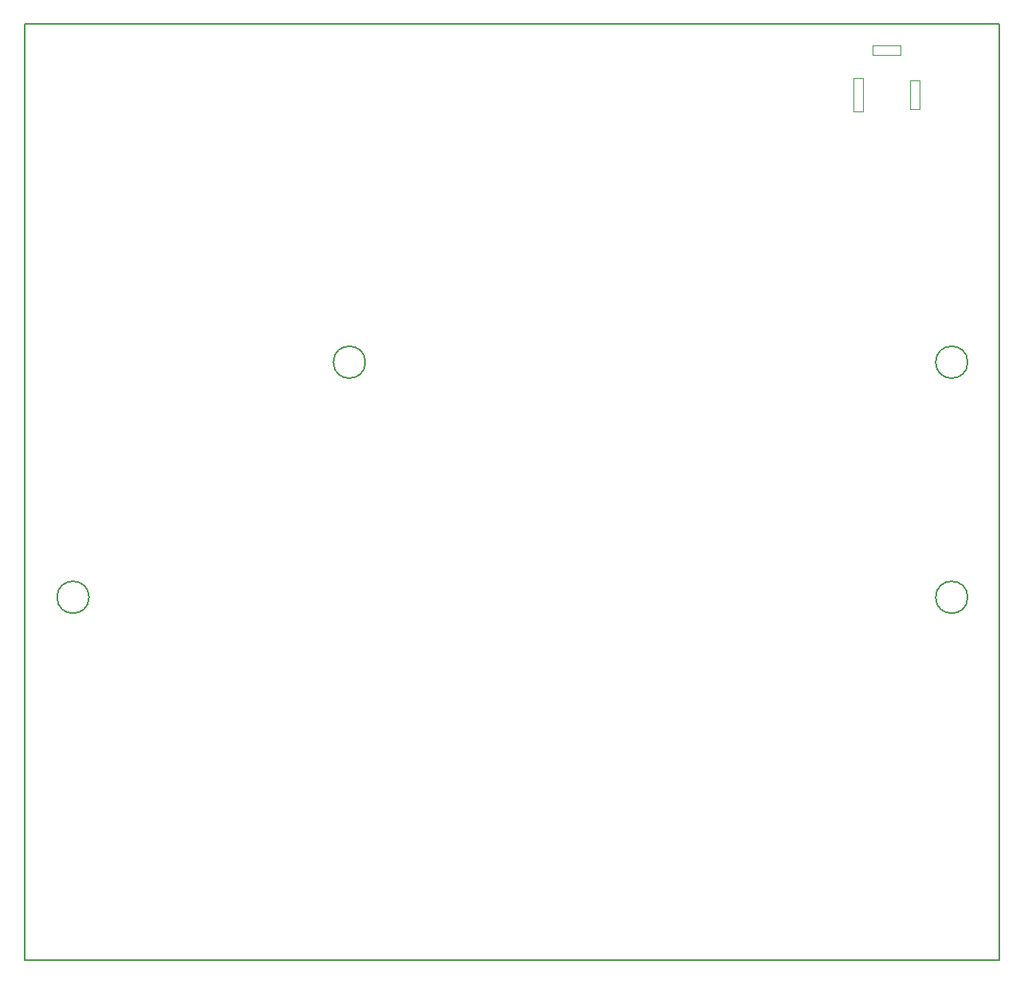
<source format=gbr>
G04 #@! TF.GenerationSoftware,KiCad,Pcbnew,5.1.5*
G04 #@! TF.CreationDate,2020-04-29T22:13:39-04:00*
G04 #@! TF.ProjectId,EVE-PCB-V2,4556452d-5043-4422-9d56-322e6b696361,rev?*
G04 #@! TF.SameCoordinates,Original*
G04 #@! TF.FileFunction,Profile,NP*
%FSLAX46Y46*%
G04 Gerber Fmt 4.6, Leading zero omitted, Abs format (unit mm)*
G04 Created by KiCad (PCBNEW 5.1.5) date 2020-04-29 22:13:39*
%MOMM*%
%LPD*%
G04 APERTURE LIST*
%ADD10C,0.150000*%
%ADD11C,0.000100*%
G04 APERTURE END LIST*
D10*
X94340000Y-95000000D02*
G75*
G03X94340000Y-95000000I-1700000J0D01*
G01*
X187700000Y-95000000D02*
G75*
G03X187700000Y-95000000I-1700000J0D01*
G01*
X187700000Y-70000000D02*
G75*
G03X187700000Y-70000000I-1700000J0D01*
G01*
X123700000Y-70000000D02*
G75*
G03X123700000Y-70000000I-1700000J0D01*
G01*
X191053346Y-133562269D02*
X191053346Y-34062269D01*
X87553346Y-133562269D02*
X191053346Y-133562269D01*
X87553346Y-34062269D02*
X87553346Y-133562269D01*
X191053346Y-34062269D02*
X87553346Y-34062269D01*
D11*
X180555346Y-37343769D02*
X177555346Y-37343769D01*
X180555346Y-36343769D02*
X180555346Y-37343769D01*
X177555346Y-36343769D02*
X180555346Y-36343769D01*
X177555346Y-37343769D02*
X177555346Y-36343769D01*
X182555346Y-40043769D02*
X182555346Y-43043769D01*
X181555346Y-40043769D02*
X182555346Y-40043769D01*
X181555346Y-43043769D02*
X181555346Y-40043769D01*
X182555346Y-43043769D02*
X181555346Y-43043769D01*
X176555346Y-39793769D02*
X176555346Y-43293769D01*
X175555346Y-39793769D02*
X176555346Y-39793769D01*
X175555346Y-43293769D02*
X175555346Y-39793769D01*
X176555346Y-43293769D02*
X175555346Y-43293769D01*
M02*

</source>
